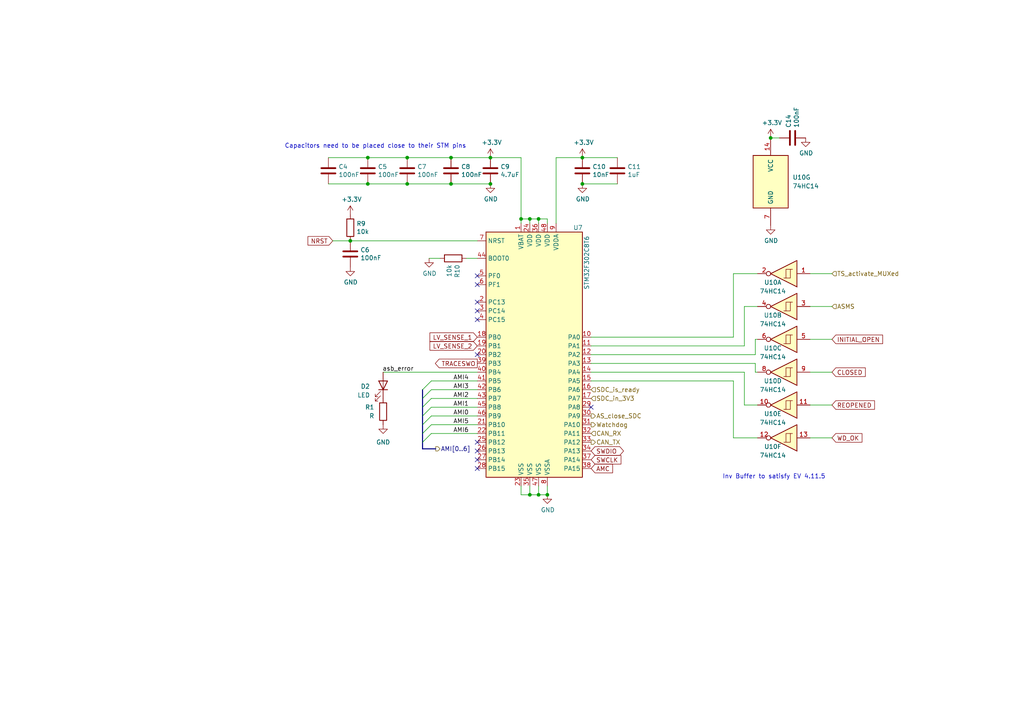
<source format=kicad_sch>
(kicad_sch (version 20211123) (generator eeschema)
  (paper "A4")
  (title_block (title "SDCL - CU") (date "2021-12-16") (rev "v1.0") (company "FaSTTUBe - Formula Student Team TU Berlin") (comment 1 "Car 113") (comment 2 "EBS Electronics") (comment 3 "CU for CAN Bus connection to supervisor"))
  (lib_symbols
    (symbol "74xx:74HC14" (pin_names (offset 1.016))
      (property "Reference" "U" (at 0 1.27 0))
      (property "Value" "74HC14" (at 0 -1.27 0))
      (symbol "74HC14_1_0"
        (polyline (pts (xy -3.81 3.81) (xy -3.81 -3.81) (xy 3.81 0) (xy -3.81 3.81)) (stroke (width 0.254)) (fill (type background)))
        (pin input line (at -7.62 0 0) (length 3.81) (name "~") (number "1"))
        (pin output inverted (at 7.62 0 180) (length 3.81) (name "~") (number "2"))
      )
      (symbol "74HC14_1_1"
        (polyline (pts (xy -1.905 -1.27) (xy -1.905 1.27) (xy -0.635 1.27)))
        (polyline (pts (xy -2.54 -1.27) (xy -0.635 -1.27) (xy -0.635 1.27) (xy 0 1.27)))
      )
      (symbol "74HC14_2_0"
        (polyline (pts (xy -3.81 3.81) (xy -3.81 -3.81) (xy 3.81 0) (xy -3.81 3.81)) (stroke (width 0.254)) (fill (type background)))
        (pin input line (at -7.62 0 0) (length 3.81) (name "~") (number "3"))
        (pin output inverted (at 7.62 0 180) (length 3.81) (name "~") (number "4"))
      )
      (symbol "74HC14_2_1"
        (polyline (pts (xy -1.905 -1.27) (xy -1.905 1.27) (xy -0.635 1.27)))
        (polyline (pts (xy -2.54 -1.27) (xy -0.635 -1.27) (xy -0.635 1.27) (xy 0 1.27)))
      )
      (symbol "74HC14_3_0"
        (polyline (pts (xy -3.81 3.81) (xy -3.81 -3.81) (xy 3.81 0) (xy -3.81 3.81)) (stroke (width 0.254)) (fill (type background)))
        (pin input line (at -7.62 0 0) (length 3.81) (name "~") (number "5"))
        (pin output inverted (at 7.62 0 180) (length 3.81) (name "~") (number "6"))
      )
      (symbol "74HC14_3_1"
        (polyline (pts (xy -1.905 -1.27) (xy -1.905 1.27) (xy -0.635 1.27)))
        (polyline (pts (xy -2.54 -1.27) (xy -0.635 -1.27) (xy -0.635 1.27) (xy 0 1.27)))
      )
      (symbol "74HC14_4_0"
        (polyline (pts (xy -3.81 3.81) (xy -3.81 -3.81) (xy 3.81 0) (xy -3.81 3.81)) (stroke (width 0.254)) (fill (type background)))
        (pin output inverted (at 7.62 0 180) (length 3.81) (name "~") (number "8"))
        (pin input line (at -7.62 0 0) (length 3.81) (name "~") (number "9"))
      )
      (symbol "74HC14_4_1"
        (polyline (pts (xy -1.905 -1.27) (xy -1.905 1.27) (xy -0.635 1.27)))
        (polyline (pts (xy -2.54 -1.27) (xy -0.635 -1.27) (xy -0.635 1.27) (xy 0 1.27)))
      )
      (symbol "74HC14_5_0"
        (polyline (pts (xy -3.81 3.81) (xy -3.81 -3.81) (xy 3.81 0) (xy -3.81 3.81)) (stroke (width 0.254)) (fill (type background)))
        (pin output inverted (at 7.62 0 180) (length 3.81) (name "~") (number "10"))
        (pin input line (at -7.62 0 0) (length 3.81) (name "~") (number "11"))
      )
      (symbol "74HC14_5_1"
        (polyline (pts (xy -1.905 -1.27) (xy -1.905 1.27) (xy -0.635 1.27)))
        (polyline (pts (xy -2.54 -1.27) (xy -0.635 -1.27) (xy -0.635 1.27) (xy 0 1.27)))
      )
      (symbol "74HC14_6_0"
        (polyline (pts (xy -3.81 3.81) (xy -3.81 -3.81) (xy 3.81 0) (xy -3.81 3.81)) (stroke (width 0.254)) (fill (type background)))
        (pin output inverted (at 7.62 0 180) (length 3.81) (name "~") (number "12"))
        (pin input line (at -7.62 0 0) (length 3.81) (name "~") (number "13"))
      )
      (symbol "74HC14_6_1"
        (polyline (pts (xy -1.905 -1.27) (xy -1.905 1.27) (xy -0.635 1.27)))
        (polyline (pts (xy -2.54 -1.27) (xy -0.635 -1.27) (xy -0.635 1.27) (xy 0 1.27)))
      )
      (symbol "74HC14_7_0"
        (pin power_in line (at 0 12.7 270) (length 5.08) (name "VCC") (number "14"))
        (pin power_in line (at 0 -12.7 90) (length 5.08) (name "GND") (number "7"))
      )
      (symbol "74HC14_7_1"
        (rectangle (start -5.08 7.62) (end 5.08 -7.62) (stroke (width 0.254)) (fill (type background)))
      )
    )
    (symbol "Device:C" (pin_numbers hide) (pin_names (offset 0.254))
      (property "Reference" "C" (at 0.635 2.54 0))
      (property "Value" "C" (at 0.635 -2.54 0))
      (symbol "C_0_1"
        (polyline (pts (xy -2.032 -0.762) (xy 2.032 -0.762)) (stroke (width 0.508)))
        (polyline (pts (xy -2.032 0.762) (xy 2.032 0.762)) (stroke (width 0.508)))
      )
      (symbol "C_1_1"
        (pin passive line (at 0 3.81 270) (length 2.794) (name "~") (number "1"))
        (pin passive line (at 0 -3.81 90) (length 2.794) (name "~") (number "2"))
      )
    )
    (symbol "Device:LED" (pin_numbers hide) (pin_names (offset 1.016) hide)
      (property "Reference" "D" (at 0 2.54 0))
      (property "Value" "LED" (at 0 -2.54 0))
      (symbol "LED_0_1"
        (polyline (pts (xy -1.27 -1.27) (xy -1.27 1.27)) (stroke (width 0.254)))
        (polyline (pts (xy -1.27 0) (xy 1.27 0)))
        (polyline (pts (xy 1.27 -1.27) (xy 1.27 1.27) (xy -1.27 0) (xy 1.27 -1.27)) (stroke (width 0.254)))
        (polyline (pts (xy -3.048 -0.762) (xy -4.572 -2.286) (xy -3.81 -2.286) (xy -4.572 -2.286) (xy -4.572 -1.524)))
        (polyline (pts (xy -1.778 -0.762) (xy -3.302 -2.286) (xy -2.54 -2.286) (xy -3.302 -2.286) (xy -3.302 -1.524)))
      )
      (symbol "LED_1_1"
        (pin passive line (at -3.81 0 0) (length 2.54) (name "K") (number "1"))
        (pin passive line (at 3.81 0 180) (length 2.54) (name "A") (number "2"))
      )
    )
    (symbol "Device:R" (pin_numbers hide) (pin_names (offset 0))
      (property "Reference" "R" (at 2.032 0 90))
      (property "Value" "R" (at 0 0 90))
      (symbol "R_0_1"
        (rectangle (start -1.016 -2.54) (end 1.016 2.54) (stroke (width 0.254)))
      )
      (symbol "R_1_1"
        (pin passive line (at 0 3.81 270) (length 1.27) (name "~") (number "1"))
        (pin passive line (at 0 -3.81 90) (length 1.27) (name "~") (number "2"))
      )
    )
    (symbol "MCU_ST_STM32F3:STM32F302C8Tx"
      (property "Reference" "U" (at -15.24 36.83 0))
      (property "Value" "STM32F302C8Tx" (at 7.62 36.83 0))
      (symbol "STM32F302C8Tx_0_1"
        (rectangle (start -15.24 -35.56) (end 12.7 35.56) (stroke (width 0.254)) (fill (type background)))
      )
      (symbol "STM32F302C8Tx_1_1"
        (pin power_in line (at -5.08 38.1 270) (length 2.54) (name "VBAT") (number "1"))
        (pin bidirectional line (at 15.24 5.08 180) (length 2.54) (name "PA0") (number "10"))
        (pin bidirectional line (at 15.24 2.54 180) (length 2.54) (name "PA1") (number "11"))
        (pin bidirectional line (at 15.24 0 180) (length 2.54) (name "PA2") (number "12"))
        (pin bidirectional line (at 15.24 -2.54 180) (length 2.54) (name "PA3") (number "13"))
        (pin bidirectional line (at 15.24 -5.08 180) (length 2.54) (name "PA4") (number "14"))
        (pin bidirectional line (at 15.24 -7.62 180) (length 2.54) (name "PA5") (number "15"))
        (pin bidirectional line (at 15.24 -10.16 180) (length 2.54) (name "PA6") (number "16"))
        (pin bidirectional line (at 15.24 -12.7 180) (length 2.54) (name "PA7") (number "17"))
        (pin bidirectional line (at -17.78 5.08 0) (length 2.54) (name "PB0") (number "18"))
        (pin bidirectional line (at -17.78 2.54 0) (length 2.54) (name "PB1") (number "19"))
        (pin bidirectional line (at -17.78 15.24 0) (length 2.54) (name "PC13") (number "2"))
        (pin bidirectional line (at -17.78 0 0) (length 2.54) (name "PB2") (number "20"))
        (pin bidirectional line (at -17.78 -20.32 0) (length 2.54) (name "PB10") (number "21"))
        (pin bidirectional line (at -17.78 -22.86 0) (length 2.54) (name "PB11") (number "22"))
        (pin power_in line (at -5.08 -38.1 90) (length 2.54) (name "VSS") (number "23"))
        (pin power_in line (at -2.54 38.1 270) (length 2.54) (name "VDD") (number "24"))
        (pin bidirectional line (at -17.78 -25.4 0) (length 2.54) (name "PB12") (number "25"))
        (pin bidirectional line (at -17.78 -27.94 0) (length 2.54) (name "PB13") (number "26"))
        (pin bidirectional line (at -17.78 -30.48 0) (length 2.54) (name "PB14") (number "27"))
        (pin bidirectional line (at -17.78 -33.02 0) (length 2.54) (name "PB15") (number "28"))
        (pin bidirectional line (at 15.24 -15.24 180) (length 2.54) (name "PA8") (number "29"))
        (pin bidirectional line (at -17.78 12.7 0) (length 2.54) (name "PC14") (number "3"))
        (pin bidirectional line (at 15.24 -17.78 180) (length 2.54) (name "PA9") (number "30"))
        (pin bidirectional line (at 15.24 -20.32 180) (length 2.54) (name "PA10") (number "31"))
        (pin bidirectional line (at 15.24 -22.86 180) (length 2.54) (name "PA11") (number "32"))
        (pin bidirectional line (at 15.24 -25.4 180) (length 2.54) (name "PA12") (number "33"))
        (pin bidirectional line (at 15.24 -27.94 180) (length 2.54) (name "PA13") (number "34"))
        (pin power_in line (at -2.54 -38.1 90) (length 2.54) (name "VSS") (number "35"))
        (pin power_in line (at 0 38.1 270) (length 2.54) (name "VDD") (number "36"))
        (pin bidirectional line (at 15.24 -30.48 180) (length 2.54) (name "PA14") (number "37"))
        (pin bidirectional line (at 15.24 -33.02 180) (length 2.54) (name "PA15") (number "38"))
        (pin bidirectional line (at -17.78 -2.54 0) (length 2.54) (name "PB3") (number "39"))
        (pin bidirectional line (at -17.78 10.16 0) (length 2.54) (name "PC15") (number "4"))
        (pin bidirectional line (at -17.78 -5.08 0) (length 2.54) (name "PB4") (number "40"))
        (pin bidirectional line (at -17.78 -7.62 0) (length 2.54) (name "PB5") (number "41"))
        (pin bidirectional line (at -17.78 -10.16 0) (length 2.54) (name "PB6") (number "42"))
        (pin bidirectional line (at -17.78 -12.7 0) (length 2.54) (name "PB7") (number "43"))
        (pin input line (at -17.78 27.94 0) (length 2.54) (name "BOOT0") (number "44"))
        (pin bidirectional line (at -17.78 -15.24 0) (length 2.54) (name "PB8") (number "45"))
        (pin bidirectional line (at -17.78 -17.78 0) (length 2.54) (name "PB9") (number "46"))
        (pin power_in line (at 0 -38.1 90) (length 2.54) (name "VSS") (number "47"))
        (pin power_in line (at 2.54 38.1 270) (length 2.54) (name "VDD") (number "48"))
        (pin input line (at -17.78 22.86 0) (length 2.54) (name "PF0") (number "5"))
        (pin input line (at -17.78 20.32 0) (length 2.54) (name "PF1") (number "6"))
        (pin input line (at -17.78 33.02 0) (length 2.54) (name "NRST") (number "7"))
        (pin power_in line (at 2.54 -38.1 90) (length 2.54) (name "VSSA") (number "8"))
        (pin power_in line (at 5.08 38.1 270) (length 2.54) (name "VDDA") (number "9"))
      )
    )
    (symbol "power:+3.3V" (power) (pin_names (offset 0))
      (property "Value" "+3.3V" (at 0 3.556 0))
      (symbol "+3.3V_0_1"
        (polyline (pts (xy -0.762 1.27) (xy 0 2.54)))
        (polyline (pts (xy 0 0) (xy 0 2.54)))
        (polyline (pts (xy 0 2.54) (xy 0.762 1.27)))
      )
      (symbol "+3.3V_1_1"
        (pin power_in line (at 0 0 90) (length 0) hide (name "+3.3V") (number "1"))
      )
    )
    (symbol "power:GND" (power) (pin_names (offset 0))
      (property "Value" "GND" (at 0 -3.81 0))
      (symbol "GND_0_1"
        (polyline (pts (xy 0 0) (xy 0 -1.27) (xy 1.27 -1.27) (xy 0 -2.54) (xy -1.27 -1.27) (xy 0 -1.27)))
      )
      (symbol "GND_1_1"
        (pin power_in line (at 0 0 270) (length 0) hide (name "GND") (number "1"))
      )
    )
  )
  (junction (at 223.52 40.005))
  (junction (at 106.68 45.72))
  (junction (at 142.24 53.34))
  (junction (at 118.11 45.72))
  (junction (at 118.11 53.34))
  (junction (at 106.68 53.34))
  (junction (at 153.67 63.5))
  (junction (at 168.91 45.72))
  (junction (at 130.81 53.34))
  (junction (at 142.24 45.72))
  (junction (at 158.75 143.51))
  (junction (at 101.6 69.85))
  (junction (at 156.21 63.5))
  (junction (at 153.67 143.51))
  (junction (at 151.13 63.5))
  (junction (at 130.81 45.72))
  (junction (at 156.21 143.51))
  (junction (at 168.91 53.34))
  (no_connect (at 138.43 133.35))
  (no_connect (at 138.43 82.55))
  (no_connect (at 138.43 92.71))
  (no_connect (at 138.43 87.63))
  (no_connect (at 138.43 128.27))
  (no_connect (at 138.43 80.01))
  (no_connect (at 171.45 118.11))
  (no_connect (at 138.43 90.17))
  (no_connect (at 138.43 102.87))
  (no_connect (at 138.43 130.81))
  (no_connect (at 138.43 135.89))
  (bus_entry (at 122.555 118.11) (size 2.54 -2.54))
  (bus_entry (at 122.555 120.65) (size 2.54 -2.54))
  (bus_entry (at 122.555 123.19) (size 2.54 -2.54))
  (bus_entry (at 122.555 125.73) (size 2.54 -2.54))
  (bus_entry (at 122.555 128.27) (size 2.54 -2.54))
  (bus_entry (at 122.555 113.03) (size 2.54 -2.54))
  (bus_entry (at 122.555 115.57) (size 2.54 -2.54))
  (wire (pts (xy 153.67 63.5) (xy 153.67 64.77)))
  (wire (pts (xy 212.725 79.375) (xy 219.71 79.375)))
  (wire (pts (xy 127.635 74.93) (xy 124.46 74.93)))
  (wire (pts (xy 158.75 63.5) (xy 156.21 63.5)))
  (wire (pts (xy 161.29 45.72) (xy 161.29 64.77)))
  (wire (pts (xy 125.095 120.65) (xy 138.43 120.65)))
  (wire (pts (xy 153.67 140.97) (xy 153.67 143.51)))
  (wire (pts (xy 219.71 88.9) (xy 215.9 88.9)))
  (wire (pts (xy 156.21 140.97) (xy 156.21 143.51)))
  (wire (pts (xy 158.75 64.77) (xy 158.75 63.5)))
  (wire (pts (xy 158.75 143.51) (xy 156.21 143.51)))
  (wire (pts (xy 219.075 98.425) (xy 219.075 102.87)))
  (wire (pts (xy 130.81 53.34) (xy 142.24 53.34)))
  (wire (pts (xy 125.095 118.11) (xy 138.43 118.11)))
  (bus (pts (xy 122.555 113.03) (xy 122.555 115.57)))
  (wire (pts (xy 168.91 53.34) (xy 179.07 53.34)))
  (wire (pts (xy 219.075 98.425) (xy 219.71 98.425)))
  (wire (pts (xy 142.24 45.72) (xy 151.13 45.72)))
  (wire (pts (xy 96.52 69.85) (xy 101.6 69.85)))
  (wire (pts (xy 156.21 63.5) (xy 153.67 63.5)))
  (bus (pts (xy 122.555 130.175) (xy 126.365 130.175)))
  (wire (pts (xy 212.725 127) (xy 212.725 110.49)))
  (bus (pts (xy 122.555 128.27) (xy 122.555 130.175)))
  (bus (pts (xy 122.555 118.11) (xy 122.555 120.65)))
  (wire (pts (xy 125.095 125.73) (xy 138.43 125.73)))
  (wire (pts (xy 219.075 107.95) (xy 219.075 105.41)))
  (wire (pts (xy 234.95 127) (xy 241.3 127)))
  (wire (pts (xy 226.06 40.005) (xy 223.52 40.005)))
  (wire (pts (xy 161.29 45.72) (xy 168.91 45.72)))
  (bus (pts (xy 122.555 115.57) (xy 122.555 118.11)))
  (wire (pts (xy 219.71 117.475) (xy 215.9 117.475)))
  (wire (pts (xy 171.45 97.79) (xy 212.725 97.79)))
  (wire (pts (xy 101.6 69.85) (xy 138.43 69.85)))
  (wire (pts (xy 158.75 140.97) (xy 158.75 143.51)))
  (wire (pts (xy 219.075 102.87) (xy 171.45 102.87)))
  (wire (pts (xy 215.9 100.33) (xy 171.45 100.33)))
  (wire (pts (xy 125.095 115.57) (xy 138.43 115.57)))
  (wire (pts (xy 212.725 97.79) (xy 212.725 79.375)))
  (wire (pts (xy 138.43 107.95) (xy 111.125 107.95)))
  (wire (pts (xy 168.91 45.72) (xy 179.07 45.72)))
  (bus (pts (xy 122.555 123.19) (xy 122.555 125.73)))
  (wire (pts (xy 156.21 143.51) (xy 153.67 143.51)))
  (wire (pts (xy 215.9 88.9) (xy 215.9 100.33)))
  (wire (pts (xy 125.095 110.49) (xy 138.43 110.49)))
  (bus (pts (xy 122.555 125.73) (xy 122.555 128.27)))
  (wire (pts (xy 215.9 117.475) (xy 215.9 107.95)))
  (wire (pts (xy 234.95 117.475) (xy 241.3 117.475)))
  (wire (pts (xy 234.95 107.95) (xy 241.3 107.95)))
  (wire (pts (xy 219.075 105.41) (xy 171.45 105.41)))
  (bus (pts (xy 122.555 120.65) (xy 122.555 123.19)))
  (wire (pts (xy 125.095 123.19) (xy 138.43 123.19)))
  (wire (pts (xy 125.095 113.03) (xy 138.43 113.03)))
  (wire (pts (xy 135.255 74.93) (xy 138.43 74.93)))
  (wire (pts (xy 234.95 98.425) (xy 241.3 98.425)))
  (wire (pts (xy 219.075 107.95) (xy 219.71 107.95)))
  (wire (pts (xy 95.25 53.34) (xy 106.68 53.34)))
  (wire (pts (xy 151.13 140.97) (xy 151.13 143.51)))
  (wire (pts (xy 106.68 45.72) (xy 118.11 45.72)))
  (wire (pts (xy 219.71 127) (xy 212.725 127)))
  (wire (pts (xy 151.13 143.51) (xy 153.67 143.51)))
  (wire (pts (xy 106.68 53.34) (xy 118.11 53.34)))
  (wire (pts (xy 215.9 107.95) (xy 171.45 107.95)))
  (wire (pts (xy 234.95 79.375) (xy 241.3 79.375)))
  (wire (pts (xy 234.95 88.9) (xy 241.3 88.9)))
  (wire (pts (xy 106.68 45.72) (xy 95.25 45.72)))
  (wire (pts (xy 212.725 110.49) (xy 171.45 110.49)))
  (wire (pts (xy 151.13 63.5) (xy 151.13 64.77)))
  (wire (pts (xy 151.13 45.72) (xy 151.13 63.5)))
  (wire (pts (xy 118.11 53.34) (xy 130.81 53.34)))
  (wire (pts (xy 156.21 64.77) (xy 156.21 63.5)))
  (wire (pts (xy 153.67 63.5) (xy 151.13 63.5)))
  (wire (pts (xy 118.11 45.72) (xy 130.81 45.72)))
  (wire (pts (xy 130.81 45.72) (xy 142.24 45.72)))
  (text "Capacitors need to be placed close to their STM pins" (at 82.55 43.18 0) (effects (font (size 1.27 1.27)) (justify left bottom)))
  (text "Inv Buffer to satisfy EV 4.11.5" (at 209.55 139.065 0) (effects (font (size 1.27 1.27)) (justify left bottom)))
  (label "AMI3" (at 131.445 113.03 0))
  (label "AMI4" (at 131.445 110.49 0))
  (label "AMI2" (at 131.445 115.57 0))
  (label "AMI0" (at 131.445 120.65 0))
  (label "AMI6" (at 131.445 125.73 0))
  (label "AMI5" (at 131.445 123.19 0))
  (label "AMI1" (at 131.445 118.11 0))
  (label "asb_error" (at 120.015 107.95 180))
  (global_label "REOPENED" (shape input) (at 241.3 117.475 0) (property "Intersheet References" "${INTERSHEET_REFS}" (effects hide)))
  (global_label "CLOSED" (shape input) (at 241.3 107.95 0) (property "Intersheet References" "${INTERSHEET_REFS}" (effects hide)))
  (global_label "WD_OK" (shape input) (at 241.3 127 0) (property "Intersheet References" "${INTERSHEET_REFS}" (effects hide)))
  (global_label "LV_SENSE_2" (shape input) (at 138.43 100.33 180) (property "Intersheet References" "${INTERSHEET_REFS}" (effects hide)))
  (global_label "LV_SENSE_1" (shape input) (at 138.43 97.79 180) (property "Intersheet References" "${INTERSHEET_REFS}" (effects hide)))
  (global_label "SWDIO" (shape bidirectional) (at 171.45 130.81 0) (property "Intersheet References" "${INTERSHEET_REFS}" (effects hide)))
  (global_label "INITIAL_OPEN" (shape input) (at 241.3 98.425 0) (property "Intersheet References" "${INTERSHEET_REFS}" (effects hide)))
  (global_label "NRST" (shape input) (at 96.52 69.85 180) (property "Intersheet References" "${INTERSHEET_REFS}" (effects hide)))
  (global_label "AMC" (shape input) (at 171.45 135.89 0) (property "Intersheet References" "${INTERSHEET_REFS}" (effects hide)))
  (global_label "TRACESWO" (shape output) (at 138.43 105.41 180) (property "Intersheet References" "${INTERSHEET_REFS}" (effects hide)))
  (global_label "SWCLK" (shape input) (at 171.45 133.35 0) (property "Intersheet References" "${INTERSHEET_REFS}" (effects hide)))
  (hierarchical_label "SDC_is_ready" (shape input) (at 171.45 113.03 0))
  (hierarchical_label "CAN_RX" (shape input) (at 171.45 125.73 0))
  (hierarchical_label "CAN_TX" (shape output) (at 171.45 128.27 0))
  (hierarchical_label "ASMS" (shape input) (at 241.3 88.9 0))
  (hierarchical_label "AS_close_SDC" (shape output) (at 171.45 120.65 0))
  (hierarchical_label "TS_activate_MUXed" (shape input) (at 241.3 79.375 0))
  (hierarchical_label "Watchdog" (shape output) (at 171.45 123.19 0))
  (hierarchical_label "SDC_in_3V3" (shape input) (at 171.45 115.57 0))
  (hierarchical_label "AMI[0..6]" (shape output) (at 126.365 130.175 0))
  (symbol (lib_id "Device:C") (at 130.81 49.53 0) (unit 1)
    (property "Reference" "C8" (at 133.731 48.3616 0) (effects (justify left)))
    (property "Value" "100nF" (at 133.731 50.673 0) (effects (justify left)))
    (property "Footprint" "Capacitor_SMD:C_0603_1608Metric_Pad1.08x0.95mm_HandSolder" (effects hide))
  )
  (symbol (lib_id "Device:C") (at 142.24 49.53 0) (unit 1)
    (property "Reference" "C9" (at 145.161 48.3616 0) (effects (justify left)))
    (property "Value" "4.7uF" (at 145.161 50.673 0) (effects (justify left)))
    (property "Footprint" "Capacitor_SMD:C_0603_1608Metric_Pad1.08x0.95mm_HandSolder" (effects hide))
  )
  (symbol (lib_id "Device:C") (at 118.11 49.53 0) (unit 1)
    (property "Reference" "C7" (at 121.031 48.3616 0) (effects (justify left)))
    (property "Value" "100nF" (at 121.031 50.673 0) (effects (justify left)))
    (property "Footprint" "Capacitor_SMD:C_0603_1608Metric_Pad1.08x0.95mm_HandSolder" (effects hide))
  )
  (symbol (lib_id "Device:C") (at 106.68 49.53 0) (unit 1)
    (property "Reference" "C5" (at 109.601 48.3616 0) (effects (justify left)))
    (property "Value" "100nF" (at 109.601 50.673 0) (effects (justify left)))
    (property "Footprint" "Capacitor_SMD:C_0603_1608Metric_Pad1.08x0.95mm_HandSolder" (effects hide))
  )
  (symbol (lib_id "Device:C") (at 95.25 49.53 0) (unit 1)
    (property "Reference" "C4" (at 98.171 48.3616 0) (effects (justify left)))
    (property "Value" "100nF" (at 98.171 50.673 0) (effects (justify left)))
    (property "Footprint" "Capacitor_SMD:C_0603_1608Metric_Pad1.08x0.95mm_HandSolder" (effects hide))
  )
  (symbol (lib_id "power:GND") (at 142.24 53.34 0) (unit 1)
    (property "Reference" "#PWR0133" (effects hide))
    (property "Value" "GND" (at 142.367 57.7342 0))
  )
  (symbol (lib_id "power:GND") (at 158.75 143.51 0) (unit 1)
    (property "Reference" "#PWR0140" (effects hide))
    (property "Value" "GND" (at 158.877 147.9042 0))
  )
  (symbol (lib_id "Device:C") (at 168.91 49.53 0) (unit 1)
    (property "Reference" "C10" (at 171.831 48.3616 0) (effects (justify left)))
    (property "Value" "10nF" (at 171.831 50.673 0) (effects (justify left)))
    (property "Footprint" "Capacitor_SMD:C_0603_1608Metric_Pad1.08x0.95mm_HandSolder" (effects hide))
  )
  (symbol (lib_id "Device:C") (at 179.07 49.53 0) (unit 1)
    (property "Reference" "C11" (at 181.991 48.3616 0) (effects (justify left)))
    (property "Value" "1uF" (at 181.991 50.673 0) (effects (justify left)))
    (property "Footprint" "Capacitor_SMD:C_0603_1608Metric_Pad1.08x0.95mm_HandSolder" (effects hide))
  )
  (symbol (lib_id "power:GND") (at 168.91 53.34 0) (unit 1)
    (property "Reference" "#PWR0134" (effects hide))
    (property "Value" "GND" (at 169.037 57.7342 0))
  )
  (symbol (lib_id "Device:R") (at 131.445 74.93 270) (unit 1)
    (property "Reference" "R10" (at 132.6134 76.708 0) (effects (justify left)))
    (property "Value" "10k" (at 130.302 76.708 0) (effects (justify left)))
    (property "Footprint" "Resistor_SMD:R_0603_1608Metric_Pad0.98x0.95mm_HandSolder" (effects hide))
  )
  (symbol (lib_id "MCU_ST_STM32F3:STM32F302C8Tx") (at 156.21 102.87 0) (unit 1)
    (property "Reference" "U7" (at 167.64 66.04 0))
    (property "Value" "STM32F302C8T6" (at 170.18 76.2 90))
    (property "Footprint" "Package_QFP:LQFP-48_7x7mm_P0.5mm" (effects hide))
    (property "Datasheet" "http://www.st.com/st-web-ui/static/active/en/resource/technical/document/datasheet/DM00093333.pdf" (effects hide))
  )
  (symbol (lib_id "power:GND") (at 124.46 74.93 0) (unit 1)
    (property "Reference" "#PWR0136" (effects hide))
    (property "Value" "GND" (at 124.587 79.3242 0))
  )
  (symbol (lib_id "Device:R") (at 101.6 66.04 0) (unit 1)
    (property "Reference" "R9" (at 103.378 64.8716 0) (effects (justify left)))
    (property "Value" "10k" (at 103.378 67.183 0) (effects (justify left)))
    (property "Footprint" "Resistor_SMD:R_0603_1608Metric_Pad0.98x0.95mm_HandSolder" (effects hide))
  )
  (symbol (lib_id "Device:C") (at 101.6 73.66 0) (unit 1)
    (property "Reference" "C6" (at 104.521 72.4916 0) (effects (justify left)))
    (property "Value" "100nF" (at 104.521 74.803 0) (effects (justify left)))
    (property "Footprint" "Capacitor_SMD:C_0603_1608Metric_Pad1.08x0.95mm_HandSolder" (effects hide))
  )
  (symbol (lib_id "power:GND") (at 101.6 77.47 0) (unit 1)
    (property "Reference" "#PWR0135" (effects hide))
    (property "Value" "GND" (at 101.727 81.8642 0))
  )
  (symbol (lib_id "power:+3.3V") (at 142.24 45.72 0) (unit 1)
    (property "Reference" "#PWR0137" (effects hide))
    (property "Value" "+3.3V" (at 142.621 41.3258 0))
  )
  (symbol (lib_id "power:+3.3V") (at 168.91 45.72 0) (unit 1)
    (property "Reference" "#PWR0138" (effects hide))
    (property "Value" "+3.3V" (at 169.291 41.3258 0))
  )
  (symbol (lib_id "power:+3.3V") (at 101.6 62.23 0) (unit 1)
    (property "Reference" "#PWR0139" (effects hide))
    (property "Value" "+3.3V" (at 101.981 57.8358 0))
  )
  (symbol (lib_id "74xx:74HC14") (at 227.33 127 180) (unit 6)
    (property "Reference" "U10" (at 224.155 129.54 0))
    (property "Value" "74HC14" (at 224.155 132.08 0))
    (property "Footprint" "Package_SO:SOIC-14_3.9x8.7mm_P1.27mm" (effects hide))
    (property "Datasheet" "http://www.ti.com/lit/gpn/sn74HC14" (effects hide))
  )
  (symbol (lib_id "74xx:74HC14") (at 223.52 52.705 0) (unit 7)
    (property "Reference" "U10" (at 229.87 51.4349 0) (effects (justify left)))
    (property "Value" "74HC14" (at 229.87 53.9749 0) (effects (justify left)))
    (property "Footprint" "Package_SO:SOIC-14_3.9x8.7mm_P1.27mm" (effects hide))
    (property "Datasheet" "http://www.ti.com/lit/gpn/sn74HC14" (effects hide))
  )
  (symbol (lib_id "74xx:74HC14") (at 227.33 107.95 180) (unit 4)
    (property "Reference" "U10" (at 224.155 110.49 0))
    (property "Value" "74HC14" (at 224.155 113.03 0))
    (property "Footprint" "Package_SO:SOIC-14_3.9x8.7mm_P1.27mm" (effects hide))
    (property "Datasheet" "http://www.ti.com/lit/gpn/sn74HC14" (effects hide))
  )
  (symbol (lib_id "power:GND") (at 223.52 65.405 0) (unit 1)
    (property "Reference" "#PWR03" (effects hide))
    (property "Value" "GND" (at 223.647 69.7992 0))
  )
  (symbol (lib_id "power:GND") (at 233.68 40.005 0) (unit 1)
    (property "Reference" "#PWR04" (effects hide))
    (property "Value" "GND" (at 233.807 44.3992 0))
  )
  (symbol (lib_id "74xx:74HC14") (at 227.33 98.425 180) (unit 3)
    (property "Reference" "U10" (at 224.155 100.965 0))
    (property "Value" "74HC14" (at 224.155 103.505 0))
    (property "Footprint" "Package_SO:SOIC-14_3.9x8.7mm_P1.27mm" (effects hide))
    (property "Datasheet" "http://www.ti.com/lit/gpn/sn74HC14" (effects hide))
  )
  (symbol (lib_id "Device:LED") (at 111.125 111.76 270) (mirror x) (unit 1)
    (property "Reference" "D2" (at 107.315 112.0774 90) (effects (justify right)))
    (property "Value" "LED" (at 107.315 114.6174 90) (effects (justify right)))
    (property "Footprint" "LED_THT:LED_D5.0mm_Clear" (effects hide))
  )
  (symbol (lib_id "Device:R") (at 111.125 119.38 0) (mirror y) (unit 1)
    (property "Reference" "R1" (at 108.585 118.1099 0) (effects (justify left)))
    (property "Value" "R" (at 108.585 120.6499 0) (effects (justify left)))
    (property "Footprint" "Resistor_SMD:R_0603_1608Metric_Pad0.98x0.95mm_HandSolder" (effects hide))
  )
  (symbol (lib_id "power:GND") (at 111.125 123.19 0) (mirror y) (unit 1)
    (property "Reference" "#PWR01" (effects hide))
    (property "Value" "GND" (at 111.125 128.27 0))
  )
  (symbol (lib_id "74xx:74HC14") (at 227.33 79.375 180) (unit 1)
    (property "Reference" "U10" (at 224.155 81.915 0))
    (property "Value" "74HC14" (at 224.155 84.455 0))
    (property "Footprint" "Package_SO:SOIC-14_3.9x8.7mm_P1.27mm" (effects hide))
    (property "Datasheet" "http://www.ti.com/lit/gpn/sn74HC14" (effects hide))
  )
  (symbol (lib_id "74xx:74HC14") (at 227.33 88.9 180) (unit 2)
    (property "Reference" "U10" (at 224.155 91.44 0))
    (property "Value" "74HC14" (at 224.155 93.98 0))
    (property "Footprint" "Package_SO:SOIC-14_3.9x8.7mm_P1.27mm" (effects hide))
    (property "Datasheet" "http://www.ti.com/lit/gpn/sn74HC14" (effects hide))
  )
  (symbol (lib_id "power:+3.3V") (at 223.52 40.005 0) (unit 1)
    (property "Reference" "#PWR02" (effects hide))
    (property "Value" "+3.3V" (at 223.901 35.6108 0))
  )
  (symbol (lib_id "Device:C") (at 229.87 40.005 90) (unit 1)
    (property "Reference" "C14" (at 228.7016 37.084 0) (effects (justify left)))
    (property "Value" "100nF" (at 231.013 37.084 0) (effects (justify left)))
    (property "Footprint" "Capacitor_SMD:C_0603_1608Metric_Pad1.08x0.95mm_HandSolder" (effects hide))
  )
  (symbol (lib_id "74xx:74HC14") (at 227.33 117.475 180) (unit 5)
    (property "Reference" "U10" (at 224.155 120.015 0))
    (property "Value" "74HC14" (at 224.155 122.555 0))
    (property "Footprint" "Package_SO:SOIC-14_3.9x8.7mm_P1.27mm" (effects hide))
    (property "Datasheet" "http://www.ti.com/lit/gpn/sn74HC14" (effects hide))
  )
)
</source>
